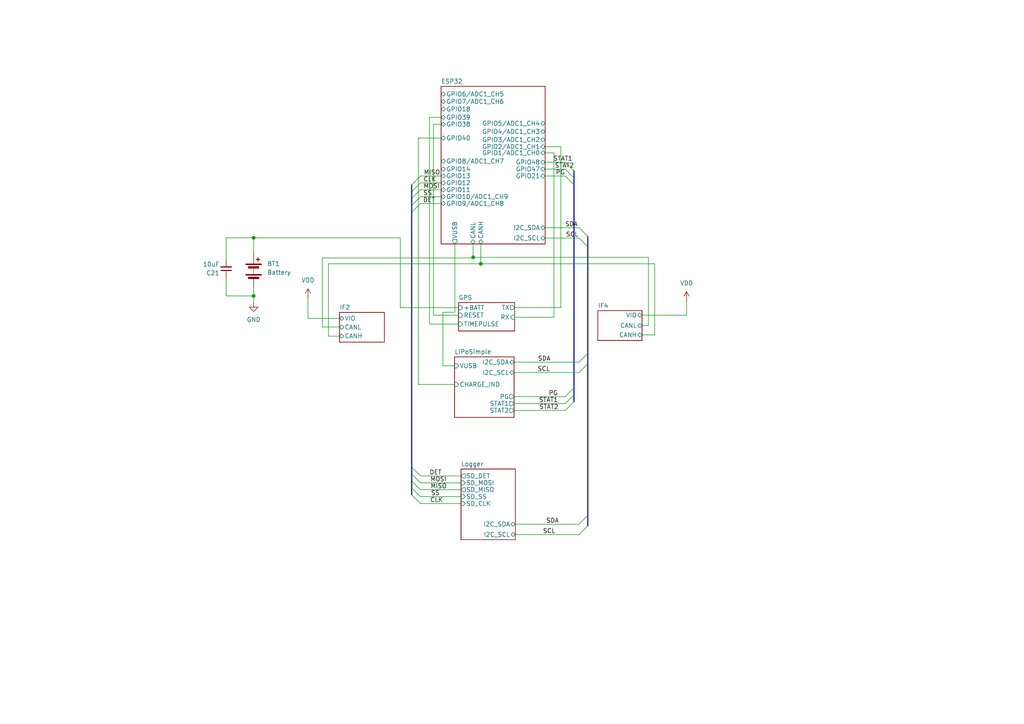
<source format=kicad_sch>
(kicad_sch (version 20231120) (generator "eeschema") (generator_version "8.0")
  (paper "A4")
  (lib_symbols
    (symbol "Device:Battery" (pin_numbers hide) (pin_names (offset 0) hide)
      (property "Reference" "BT" (at 2.54 2.54 0))
      (property "Value" "Battery" (at 2.54 0 0))
      (symbol "Battery_0_1"
        (rectangle (start -2.286 -1.27) (end 2.286 -1.524) (fill (type outline)))
        (rectangle (start -2.286 1.778) (end 2.286 1.524) (fill (type outline)))
        (rectangle (start -1.524 -2.032) (end 1.524 -2.54) (fill (type outline)))
        (rectangle (start -1.524 1.016) (end 1.524 0.508) (fill (type outline)))
        (polyline (pts (xy 0 -1.016) (xy 0 -0.762)))
        (polyline (pts (xy 0 -0.508) (xy 0 -0.254)))
        (polyline (pts (xy 0 0) (xy 0 0.254)))
        (polyline (pts (xy 0 1.778) (xy 0 2.54)))
        (polyline (pts (xy 0.762 3.048) (xy 1.778 3.048)) (stroke (width 0.254)))
        (polyline (pts (xy 1.27 3.556) (xy 1.27 2.54)) (stroke (width 0.254)))
      )
      (symbol "Battery_1_1"
        (pin passive line (at 0 5.08 270) (length 2.54) (name "+") (number "1"))
        (pin passive line (at 0 -5.08 90) (length 2.54) (name "-") (number "2"))
      )
    )
    (symbol "Device:C_Small" (pin_numbers hide) (pin_names (offset 0.254) hide)
      (property "Reference" "C" (at 0.254 1.778 0))
      (property "Value" "C_Small" (at 0.254 -2.032 0))
      (symbol "C_Small_0_1"
        (polyline (pts (xy -1.524 -0.508) (xy 1.524 -0.508)) (stroke (width 0.3302)))
        (polyline (pts (xy -1.524 0.508) (xy 1.524 0.508)) (stroke (width 0.3048)))
      )
      (symbol "C_Small_1_1"
        (pin passive line (at 0 2.54 270) (length 2.032) (name "~") (number "1"))
        (pin passive line (at 0 -2.54 90) (length 2.032) (name "~") (number "2"))
      )
    )
    (symbol "power:GND" (power) (pin_numbers hide) (pin_names (offset 0) hide)
      (property "Value" "GND" (at 0 -3.81 0))
      (symbol "GND_0_1"
        (polyline (pts (xy 0 0) (xy 0 -1.27) (xy 1.27 -1.27) (xy 0 -2.54) (xy -1.27 -1.27) (xy 0 -1.27)))
      )
      (symbol "GND_1_1"
        (pin power_in line (at 0 0 270) (length 0) (name "~") (number "1"))
      )
    )
    (symbol "power:VDD" (power) (pin_numbers hide) (pin_names (offset 0) hide)
      (property "Value" "VDD" (at 0 3.556 0))
      (symbol "VDD_0_1"
        (polyline (pts (xy -0.762 1.27) (xy 0 2.54)))
        (polyline (pts (xy 0 0) (xy 0 2.54)))
        (polyline (pts (xy 0 2.54) (xy 0.762 1.27)))
      )
      (symbol "VDD_1_1"
        (pin power_in line (at 0 0 90) (length 0) (name "~") (number "1"))
      )
    )
  )
  (junction (at 139.461 76.5128))
  (junction (at 73.5717 85.8344))
  (junction (at 137.2195 74.6319))
  (junction (at 73.5717 68.9725))
  (bus_entry (at 121.9418 57.0451) (size -2.54 2.54))
  (bus_entry (at 121.9418 53.0451) (size -2.54 2.54))
  (bus_entry (at 121.9418 140.0451) (size -2.54 -2.54))
  (bus_entry (at 163.9418 51.0451) (size 2.54 2.54))
  (bus_entry (at 121.9418 138.0451) (size -2.54 -2.54))
  (bus_entry (at 163.9418 47.0451) (size 2.54 2.54))
  (bus_entry (at 121.9418 146.0451) (size -2.54 -2.54))
  (bus_entry (at 167.9418 155.0451) (size 2.54 -2.54))
  (bus_entry (at 163.9418 115.0451) (size 2.54 -2.54))
  (bus_entry (at 167.9418 105.0451) (size 2.54 -2.54))
  (bus_entry (at 167.9418 152.0451) (size 2.54 -2.54))
  (bus_entry (at 163.9418 49.0451) (size 2.54 2.54))
  (bus_entry (at 163.9418 119.0451) (size 2.54 -2.54))
  (bus_entry (at 167.9418 108.0451) (size 2.54 -2.54))
  (bus_entry (at 121.9418 144.0451) (size -2.54 -2.54))
  (bus_entry (at 121.9418 142.0451) (size -2.54 -2.54))
  (bus_entry (at 121.9418 55.0451) (size -2.54 2.54))
  (bus_entry (at 163.9418 117.0451) (size 2.54 -2.54))
  (bus_entry (at 167.9418 69.0451) (size 2.54 2.54))
  (bus_entry (at 167.9418 66.0451) (size 2.54 2.54))
  (bus_entry (at 121.9418 51.0451) (size -2.54 2.54))
  (bus_entry (at 121.9418 59.0451) (size -2.54 2.54))
  (wire (pts (xy 73.5717 85.8344) (xy 73.5717 87.8092)))
  (wire (pts (xy 89.3229 92.3451) (xy 98.4685 92.3451)))
  (wire (pts (xy 137.2076 70.7511) (xy 137.2195 70.7511)))
  (wire (pts (xy 98.4685 97.5) (xy 98.4685 97.4631)))
  (wire (pts (xy 158.1218 47.0451) (xy 163.9418 47.0451)))
  (wire (pts (xy 158.1218 66.0451) (xy 167.9418 66.0451)))
  (wire (pts (xy 121.9418 51.0451) (xy 127.9418 51.0451)))
  (wire (pts (xy 128.461 106.1038) (xy 131.8407 106.1038)))
  (wire (pts (xy 121.3242 40.0451) (xy 121.3242 111.5092)))
  (wire (pts (xy 149.1127 105.0451) (xy 167.9418 105.0451)))
  (wire (pts (xy 158.1218 69.0451) (xy 167.9418 69.0451)))
  (wire (pts (xy 189.8872 76.5128) (xy 189.8872 97.1339)))
  (wire (pts (xy 121.9418 140.0451) (xy 133.7112 140.0451)))
  (wire (pts (xy 93.4881 94.8494) (xy 98.4685 94.8494)))
  (wire (pts (xy 160.6628 44.3351) (xy 158.1218 44.3351)))
  (wire (pts (xy 121.9418 146.0451) (xy 133.7112 146.0451)))
  (wire (pts (xy 186.2144 94.425) (xy 188.0631 94.425)))
  (bus (pts (xy 119.4018 61.5851) (xy 119.4018 135.5051)))
  (wire (pts (xy 121.9418 53.0451) (xy 127.9418 53.0451)))
  (wire (pts (xy 137.2195 74.6319) (xy 188.0631 74.6319)))
  (bus (pts (xy 170.4818 105.5051) (xy 170.4818 149.5051)))
  (bus (pts (xy 119.4018 135.5051) (xy 119.4018 137.5051)))
  (bus (pts (xy 166.4818 51.5851) (xy 166.4818 49.5851)))
  (wire (pts (xy 149.1127 117.0451) (xy 163.9418 117.0451)))
  (wire (pts (xy 139.461 76.5128) (xy 95.2646 76.5128)))
  (wire (pts (xy 158.1218 42.5571) (xy 162.66 42.5571)))
  (wire (pts (xy 73.5717 73.2349) (xy 73.5717 68.9725)))
  (bus (pts (xy 166.4818 53.5851) (xy 166.4818 112.5051)))
  (wire (pts (xy 133 93.9901) (xy 124.593 93.9901)))
  (wire (pts (xy 121.9418 57.0451) (xy 127.9418 57.0451)))
  (wire (pts (xy 149.1127 108.0451) (xy 149.1127 108.0689)))
  (wire (pts (xy 98.4685 94.8494) (xy 98.4685 94.9231)))
  (wire (pts (xy 149.1127 119.0451) (xy 163.9418 119.0451)))
  (wire (pts (xy 121.3242 111.5092) (xy 131.8407 111.5092)))
  (wire (pts (xy 124.593 34.0451) (xy 127.9418 34.0451)))
  (wire (pts (xy 149.4592 152.0451) (xy 167.9418 152.0451)))
  (bus (pts (xy 119.4018 57.5851) (xy 119.4018 59.5851)))
  (wire (pts (xy 73.5717 68.9725) (xy 116.1063 68.9725)))
  (wire (pts (xy 121.9418 142.0451) (xy 133.7112 142.0451)))
  (wire (pts (xy 167.9418 108.0451) (xy 149.1127 108.0451)))
  (wire (pts (xy 121.9418 144.0451) (xy 133.7112 144.0451)))
  (wire (pts (xy 121.3242 40.0451) (xy 127.9418 40.0451)))
  (bus (pts (xy 119.4018 55.5851) (xy 119.4018 57.5851)))
  (bus (pts (xy 119.4018 141.5051) (xy 119.4018 143.5051)))
  (wire (pts (xy 186.2144 97.1339) (xy 189.8872 97.1339)))
  (wire (pts (xy 93.4881 74.8078) (xy 93.4881 94.8494)))
  (wire (pts (xy 160.6628 92.0152) (xy 149.2855 92.0152)))
  (wire (pts (xy 188.0631 74.6319) (xy 188.0631 94.425)))
  (bus (pts (xy 119.4018 59.5851) (xy 119.4018 61.5851)))
  (wire (pts (xy 95.2646 97.5) (xy 98.4685 97.5)))
  (bus (pts (xy 170.4818 71.5851) (xy 170.4818 102.5051)))
  (bus (pts (xy 166.4818 112.5051) (xy 166.4818 114.5051)))
  (wire (pts (xy 116.1063 68.9725) (xy 116.1063 89.2303)))
  (wire (pts (xy 121.9418 55.0451) (xy 127.9418 55.0451)))
  (bus (pts (xy 170.4818 149.5051) (xy 170.4818 152.5051)))
  (bus (pts (xy 119.4018 137.5051) (xy 119.4018 139.5051)))
  (wire (pts (xy 65.5964 68.9725) (xy 73.5717 68.9725)))
  (wire (pts (xy 160.6628 44.3351) (xy 160.6628 92.0152)))
  (wire (pts (xy 199.1315 87.1666) (xy 199.1315 91.412)))
  (wire (pts (xy 89.3229 86.3314) (xy 89.3229 92.3451)))
  (wire (pts (xy 137.2195 70.7511) (xy 137.2195 74.6319)))
  (wire (pts (xy 137.2195 74.8078) (xy 93.4881 74.8078)))
  (wire (pts (xy 95.2646 76.5128) (xy 95.2646 97.5)))
  (wire (pts (xy 124.593 93.9901) (xy 124.593 34.0451)))
  (wire (pts (xy 158.1218 51.0451) (xy 163.9418 51.0451)))
  (wire (pts (xy 149.4592 155.0451) (xy 167.9418 155.0451)))
  (wire (pts (xy 65.5964 80.4751) (xy 65.5964 85.8344)))
  (wire (pts (xy 116.1063 89.2303) (xy 133 89.2303)))
  (wire (pts (xy 162.66 89.2049) (xy 149.2855 89.2049)))
  (wire (pts (xy 158.1218 49.0451) (xy 163.9418 49.0451)))
  (wire (pts (xy 131.9296 90.5562) (xy 128.461 90.5562)))
  (bus (pts (xy 170.4818 102.5051) (xy 170.4818 105.5051)))
  (wire (pts (xy 125.7324 36.0451) (xy 125.7324 91.4246)))
  (wire (pts (xy 139.461 76.5128) (xy 189.8872 76.5128)))
  (bus (pts (xy 119.4018 53.5851) (xy 119.4018 55.5851)))
  (bus (pts (xy 119.4018 139.5051) (xy 119.4018 141.5051)))
  (wire (pts (xy 127.9418 36.0451) (xy 125.7324 36.0451)))
  (wire (pts (xy 162.66 42.5571) (xy 162.66 89.2049)))
  (wire (pts (xy 149.1127 115.0451) (xy 163.9418 115.0451)))
  (wire (pts (xy 65.5964 75.3951) (xy 65.5964 68.9725)))
  (wire (pts (xy 128.461 90.5562) (xy 128.461 106.1038)))
  (bus (pts (xy 170.4818 68.5851) (xy 170.4818 71.5851)))
  (wire (pts (xy 139.461 70.7511) (xy 139.461 76.5128)))
  (wire (pts (xy 121.9418 59.0451) (xy 127.9418 59.0451)))
  (bus (pts (xy 166.4818 51.5851) (xy 166.4818 53.5851)))
  (wire (pts (xy 125.7324 91.4246) (xy 133 91.4246)))
  (wire (pts (xy 137.2195 74.6319) (xy 137.2195 74.8078)))
  (wire (pts (xy 131.9296 70.7511) (xy 131.9296 90.5562)))
  (wire (pts (xy 65.5964 85.8344) (xy 73.5717 85.8344)))
  (wire (pts (xy 199.1315 91.412) (xy 186.2144 91.412)))
  (wire (pts (xy 73.5717 83.3949) (xy 73.5717 85.8344)))
  (wire (pts (xy 121.9418 138.0451) (xy 133.7112 138.0451)))
  (bus (pts (xy 166.4818 114.5051) (xy 166.4818 116.5051)))
  (label "SCL" (at 155.8716 108.0451 0))
  (label "PG" (at 159.0978 115.0451 0))
  (label "MOSI" (at 124.7689 140.0451 0))
  (label "CLK" (at 124.7383 146.0451 0))
  (label "SCL" (at 164.0896 69.0451 0))
  (label "SCL" (at 157.4176 155.0451 0))
  (label "STAT2" (at 156.3634 119.0451 0))
  (label "SS" (at 124.9479 144.0451 0))
  (label "CLK" (at 122.7944 53.0451 0))
  (label "SDA" (at 158.3527 152.0451 0))
  (label "SDA" (at 155.9543 105.0451 0))
  (label "DET" (at 124.5411 138.0451 0))
  (label "MISO" (at 124.8466 142.0451 0))
  (label "MOSI" (at 122.7944 55.0451 0))
  (label "SS" (at 122.7438 57.0451 0))
  (label "SDA" (at 163.8533 66.0451 0))
  (label "STAT2" (at 160.8742 49.0451 0))
  (label "DET" (at 122.6676 59.0451 0))
  (label "STAT1" (at 160.4354 47.0451 0))
  (label "STAT1" (at 156.2495 117.0451 0))
  (label "PG" (at 161.1486 51.0451 0))
  (label "MISO" (at 122.8957 51.0451 0))
  (symbol (lib_id "power:VDD") (at 199.1315 87.1666 0) (unit 1)
    (property "Reference" "#PWR024" (effects (hide yes)))
    (property "Value" "VDD" (at 199.1315 82.1152 0))
    (property "Description" "Power symbol creates a global label with name \"VDD\"" (effects (hide yes)))
  )
  (symbol (lib_id "Device:C_Small") (at 65.5964 77.9351 180) (unit 1)
    (property "Reference" "C21" (at 63.6914 79.2051 0) (effects (justify left)))
    (property "Value" "10uF" (at 63.6914 76.6651 0) (effects (justify left)))
    (property "Footprint" "Capacitor_SMD:C_0603_1608Metric" (effects (hide yes)))
    (property "LCSC" "C96446" (effects (hide yes)))
  )
  (symbol (lib_id "power:GND") (at 73.5717 87.8092 0) (unit 1)
    (property "Reference" "#PWR022" (effects (hide yes)))
    (property "Value" "GND" (at 73.5717 92.71 0))
    (property "Description" "Power symbol creates a global label with name \"GND\" , ground" (effects (hide yes)))
  )
  (symbol (lib_id "Device:Battery") (at 73.5717 78.3149 0) (unit 1)
    (property "Reference" "BT1" (at 77.47 76.4733 0) (effects (justify left)))
    (property "Value" "Battery" (at 77.47 79.0133 0) (effects (justify left)))
    (property "Footprint" "WOBCLibrary:cr1220" (effects (hide yes)))
    (property "Description" "Multiple-cell battery" (effects (hide yes)))
  )
  (symbol (lib_id "power:VDD") (at 89.3229 86.3314 0) (unit 1)
    (property "Reference" "#PWR023" (effects (hide yes)))
    (property "Value" "VDD" (at 89.3229 81.28 0))
    (property "Description" "Power symbol creates a global label with name \"VDD\"" (effects (hide yes)))
  )
  (sheet (at 133.7112 136.0357) (size 15.748 20.5094) (stroke (width 0.1524))
    (property "Sheetname" "Logger" (at 133.7112 135.3241 0) (effects (justify left bottom)))
    (property "Sheetfile" "Logger.kicad_sch" (effects (hide yes)))
    (pin "SD_DET" output (at 133.7112 138.0451 180))
    (pin "SD_MOSI" input (at 133.7112 140.0451 180))
    (pin "SD_MISO" output (at 133.7112 142.0451 180))
    (pin "SD_SS" input (at 133.7112 144.0451 180))
    (pin "SD_CLK" input (at 133.7112 146.0451 180))
    (pin "I2C_SCL" bidirectional (at 149.4592 155.0451 0))
    (pin "I2C_SDA" bidirectional (at 149.4592 152.0451 0))
  )
  (sheet (at 127.9418 25.0451) (size 30.18 45.706) (stroke (width 0.1524))
    (property "Sheetname" "ESP32" (at 127.9418 24.3335 0) (effects (justify left bottom)))
    (property "Sheetfile" "ESP32Core.kicad_sch" (effects (hide yes)))
    (pin "GPIO3{slash}ADC1_CH2" bidirectional (at 158.1218 40.5251 0))
    (pin "GPIO1{slash}ADC1_CH0" bidirectional (at 158.1218 44.3351 0))
    (pin "CANL" bidirectional (at 137.2076 70.7511 270))
    (pin "CANH" bidirectional (at 139.461 70.7511 270))
    (pin "I2C_SCL" bidirectional (at 158.1218 69.0451 0))
    (pin "GPIO40" bidirectional (at 127.9418 40.0451 180))
    (pin "GPIO39" bidirectional (at 127.9418 34.0451 180))
    (pin "GPIO13" bidirectional (at 127.9418 51.0451 180))
    (pin "GPIO12" bidirectional (at 127.9418 53.0451 180))
    (pin "GPIO9{slash}ADC1_CH8" bidirectional (at 127.9418 59.0451 180))
    (pin "GPIO10{slash}ADC1_CH9" bidirectional (at 127.9418 57.0451 180))
    (pin "GPIO11" bidirectional (at 127.9418 55.0451 180))
    (pin "GPIO48" bidirectional (at 158.1218 47.0451 0))
    (pin "GPIO47" bidirectional (at 158.1218 49.0451 0))
    (pin "I2C_SDA" bidirectional (at 158.1218 66.0451 0))
    (pin "GPIO21" bidirectional (at 158.1218 51.0451 0))
    (pin "GPIO14" bidirectional (at 127.9418 49.0451 180))
    (pin "GPIO38" bidirectional (at 127.9418 36.0451 180))
    (pin "VUSB" output (at 131.9296 70.7511 270))
    (pin "GPIO6{slash}ADC1_CH5" bidirectional (at 127.9418 27.2989 180))
    (pin "GPIO7{slash}ADC1_CH6" bidirectional (at 127.9418 29.4492 180))
    (pin "GPIO8{slash}ADC1_CH7" bidirectional (at 127.9418 46.7616 180))
    (pin "GPIO2{slash}ADC1_CH1" bidirectional (at 158.1218 42.5571 0))
    (pin "GPIO5{slash}ADC1_CH4" bidirectional (at 158.1218 35.7897 0))
    (pin "GPIO4{slash}ADC1_CH3" bidirectional (at 158.1218 38.1605 0))
    (pin "GPIO18" bidirectional (at 127.9418 31.6546 180))
  )
  (sheet (at 98.4685 90.6051) (size 13 8.636) (stroke (width 0.1524))
    (property "Sheetname" "IF2" (at 98.4685 89.8935 0) (effects (justify left bottom)))
    (property "Sheetfile" "ModuleIFSimple2.kicad_sch" (effects (hide yes)))
    (pin "CANL" bidirectional (at 98.4685 94.9231 180))
    (pin "VIO" bidirectional (at 98.4685 92.3451 180))
    (pin "CANH" bidirectional (at 98.4685 97.4631 180))
  )
  (sheet (at 173.3904 90.107) (size 12.824 8.636) (stroke (width 0.1524))
    (property "Sheetname" "IF4" (at 173.3904 89.3954 0) (effects (justify left bottom)))
    (property "Sheetfile" "ModuleIFSimple4.kicad_sch" (effects (hide yes)))
    (pin "CANL" bidirectional (at 186.2144 94.425 0))
    (pin "VIO" bidirectional (at 186.2144 91.412 0))
    (pin "CANH" bidirectional (at 186.2144 97.1339 0))
  )
  (sheet (at 133 87.7787) (size 16.2855 8.2213) (stroke (width 0.1524))
    (property "Sheetname" "GPS" (at 133 87.0671 0) (effects (justify left bottom)))
    (property "Sheetfile" "GPSPassive.kicad_sch" (effects (hide yes)))
    (pin "+BATT" input (at 133 89.2303 180))
    (pin "TX" output (at 149.2855 89.2049 0))
    (pin "RX" input (at 149.2855 92.0152 0))
    (pin "TIMEPULSE" input (at 133 93.9901 180))
    (pin "RESET" input (at 133 91.4246 180))
  )
  (sheet (at 131.8407 103.4969) (size 17.272 17.5482) (stroke (width 0.1524))
    (property "Sheetname" "LiPoSimple" (at 131.8407 102.7853 0) (effects (justify left bottom)))
    (property "Sheetfile" "LiPoPowerSimple.kicad_sch" (effects (hide yes)))
    (pin "I2C_SDA" bidirectional (at 149.1127 105.0451 0))
    (pin "PG" output (at 149.1127 115.0451 0))
    (pin "CHARGE_IND" input (at 131.8407 111.5092 180))
    (pin "STAT1" output (at 149.1127 117.0451 0))
    (pin "STAT2" output (at 149.1127 119.0451 0))
    (pin "I2C_SCL" bidirectional (at 149.1127 108.0689 0))
    (pin "VUSB" input (at 131.8407 106.1038 180))
  )
)
</source>
